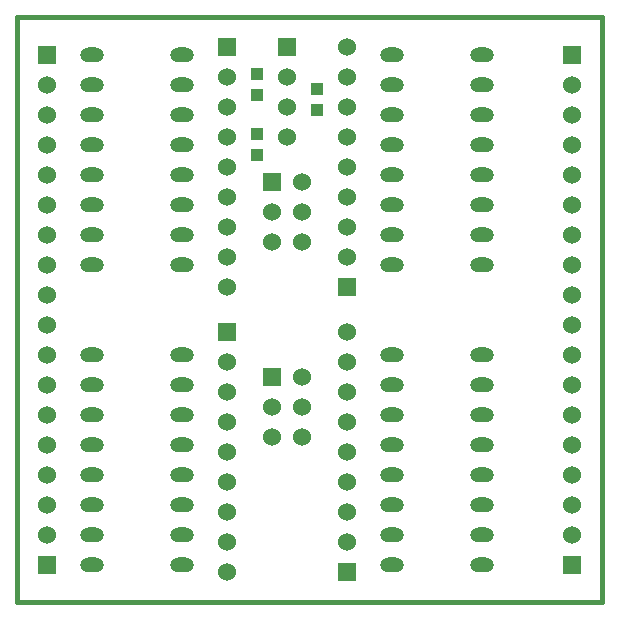
<source format=gts>
G04 (created by PCBNEW (2013-01-23 BZR 3920)-testing) date Thu 24 Jan 2013 01:04:39 AM CET*
%MOIN*%
G04 Gerber Fmt 3.4, Leading zero omitted, Abs format*
%FSLAX34Y34*%
G01*
G70*
G90*
G04 APERTURE LIST*
%ADD10C,2.3622e-06*%
%ADD11C,0.015*%
%ADD12R,0.0433X0.0393*%
%ADD13R,0.06X0.06*%
%ADD14C,0.06*%
%ADD15O,0.08X0.05*%
G04 APERTURE END LIST*
G54D10*
G54D11*
X76250Y-13750D02*
X76250Y-33250D01*
X56750Y-13750D02*
X76250Y-13750D01*
X56750Y-33250D02*
X76250Y-33250D01*
X56750Y-13750D02*
X56750Y-33250D01*
G54D12*
X64750Y-16334D03*
X64750Y-15666D03*
X66750Y-16834D03*
X66750Y-16166D03*
X64750Y-18334D03*
X64750Y-17666D03*
G54D13*
X65250Y-25750D03*
G54D14*
X66250Y-25750D03*
X65250Y-26750D03*
X66250Y-26750D03*
X65250Y-27750D03*
X66250Y-27750D03*
G54D13*
X65250Y-19250D03*
G54D14*
X66250Y-19250D03*
X65250Y-20250D03*
X66250Y-20250D03*
X65250Y-21250D03*
X66250Y-21250D03*
G54D15*
X59250Y-15000D03*
X59250Y-16000D03*
X59250Y-17000D03*
X59250Y-18000D03*
X59250Y-19000D03*
X59250Y-20000D03*
X59250Y-21000D03*
X59250Y-22000D03*
X62250Y-22000D03*
X62250Y-21000D03*
X62250Y-20000D03*
X62250Y-19000D03*
X62250Y-18000D03*
X62250Y-17000D03*
X62250Y-16000D03*
X62250Y-15000D03*
X72250Y-22000D03*
X72250Y-21000D03*
X72250Y-20000D03*
X72250Y-19000D03*
X72250Y-18000D03*
X72250Y-17000D03*
X72250Y-16000D03*
X72250Y-15000D03*
X69250Y-15000D03*
X69250Y-16000D03*
X69250Y-17000D03*
X69250Y-18000D03*
X69250Y-19000D03*
X69250Y-20000D03*
X69250Y-21000D03*
X69250Y-22000D03*
X72250Y-32000D03*
X72250Y-31000D03*
X72250Y-30000D03*
X72250Y-29000D03*
X72250Y-28000D03*
X72250Y-27000D03*
X72250Y-26000D03*
X72250Y-25000D03*
X69250Y-25000D03*
X69250Y-26000D03*
X69250Y-27000D03*
X69250Y-28000D03*
X69250Y-29000D03*
X69250Y-30000D03*
X69250Y-31000D03*
X69250Y-32000D03*
X59250Y-25000D03*
X59250Y-26000D03*
X59250Y-27000D03*
X59250Y-28000D03*
X59250Y-29000D03*
X59250Y-30000D03*
X59250Y-31000D03*
X59250Y-32000D03*
X62250Y-32000D03*
X62250Y-31000D03*
X62250Y-30000D03*
X62250Y-29000D03*
X62250Y-28000D03*
X62250Y-27000D03*
X62250Y-26000D03*
X62250Y-25000D03*
G54D13*
X65750Y-14750D03*
G54D14*
X65750Y-15750D03*
X65750Y-16750D03*
X65750Y-17750D03*
G54D13*
X57750Y-15000D03*
G54D14*
X57750Y-16000D03*
X57750Y-17000D03*
X57750Y-18000D03*
X57750Y-19000D03*
X57750Y-20000D03*
X57750Y-21000D03*
X57750Y-22000D03*
X57750Y-23000D03*
G54D13*
X57750Y-32000D03*
G54D14*
X57750Y-31000D03*
X57750Y-30000D03*
X57750Y-29000D03*
X57750Y-28000D03*
X57750Y-27000D03*
X57750Y-26000D03*
X57750Y-25000D03*
X57750Y-24000D03*
G54D13*
X75250Y-15000D03*
G54D14*
X75250Y-16000D03*
X75250Y-17000D03*
X75250Y-18000D03*
X75250Y-19000D03*
X75250Y-20000D03*
X75250Y-21000D03*
X75250Y-22000D03*
X75250Y-23000D03*
G54D13*
X75250Y-32000D03*
G54D14*
X75250Y-31000D03*
X75250Y-30000D03*
X75250Y-29000D03*
X75250Y-28000D03*
X75250Y-27000D03*
X75250Y-26000D03*
X75250Y-25000D03*
X75250Y-24000D03*
G54D13*
X63750Y-14750D03*
G54D14*
X63750Y-15750D03*
X63750Y-16750D03*
X63750Y-17750D03*
X63750Y-18750D03*
X63750Y-19750D03*
X63750Y-20750D03*
X63750Y-21750D03*
X63750Y-22750D03*
G54D13*
X63750Y-24250D03*
G54D14*
X63750Y-25250D03*
X63750Y-26250D03*
X63750Y-27250D03*
X63750Y-28250D03*
X63750Y-29250D03*
X63750Y-30250D03*
X63750Y-31250D03*
X63750Y-32250D03*
G54D13*
X67750Y-22750D03*
G54D14*
X67750Y-21750D03*
X67750Y-20750D03*
X67750Y-19750D03*
X67750Y-18750D03*
X67750Y-17750D03*
X67750Y-16750D03*
X67750Y-15750D03*
X67750Y-14750D03*
G54D13*
X67750Y-32250D03*
G54D14*
X67750Y-31250D03*
X67750Y-30250D03*
X67750Y-29250D03*
X67750Y-28250D03*
X67750Y-27250D03*
X67750Y-26250D03*
X67750Y-25250D03*
X67750Y-24250D03*
M02*

</source>
